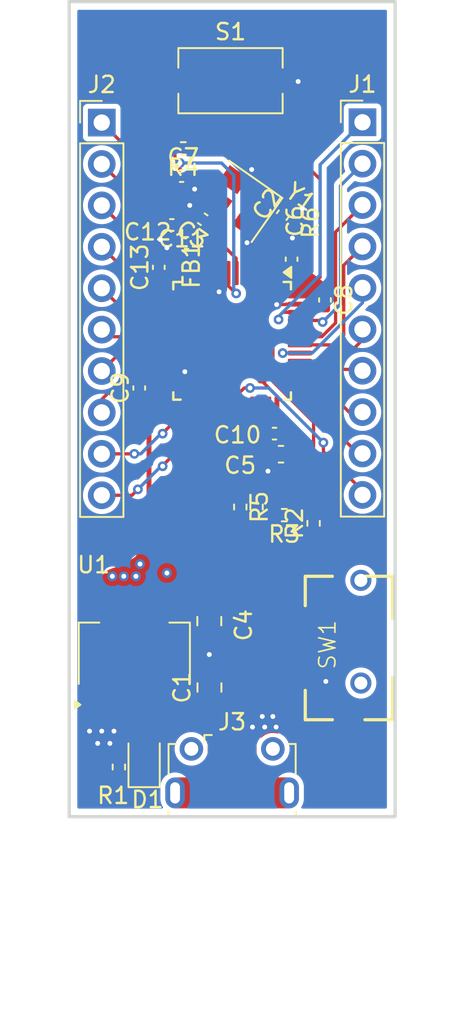
<source format=kicad_pcb>
(kicad_pcb (version 20241229) (generator "pcbnew") (generator_version "9.0")
  (layers (0 "F.Cu" signal) (2 "B.Cu" signal) (13 "F.Paste" user) (15 "B.Paste" user) (5 "F.SilkS" user "F.Silkscreen") (7 "B.SilkS" user "B.Silkscreen") (1 "F.Mask" user) (3 "B.Mask" user) (25 "Edge.Cuts" user))
  (net 0 "")
  (net 1 "+3.3V")
  (net 2 "+3.3VA")
  (net 3 "/NRST")
  (net 4 "/HSE IN")
  (net 5 "/HSE OUT")
  (net 6 "VBUS")
  (net 7 "/PWRLED_K")
  (net 8 "/USB_D+")
  (net 9 "/USB_D-")
  (net 10 "/PC13")
  (net 11 "/SW_BOOT0")
  (net 12 "GND")
  (net 22 "Net-(U2-BOOT0)")
  (net 35 "PA3")
  (net 36 "PA4")
  (net 37 "PA5")
  (net 38 "PA7")
  (net 39 "PA6")
  (net 40 "PB0")
  (net 41 "PB2")
  (net 42 "PB1")
  (net 43 "PB13")
  (net 44 "PB12")
  (net 45 "PB9")
  (net 46 "PB4")
  (net 47 "PA10")
  (net 48 "PB5")
  (net 49 "PA15")
  (net 50 "PB6")
  (net 51 "PB3")
  (net 52 "PB8")
  (net 53 "PA14")
  (net 54 "PB7")
  (net 55 "/STM_USB_D-")
  (net 56 "/STM_USB_D+")
  (footprint "Crystal:Crystal_SMD_3225-4Pin_3.2x2.5mm" (layer "F.Cu") (at 22.5 24.25 145)
    (property "Reference" "Y1" (at -2.900001 2.35 145) (layer "F.SilkS"))
    (property "Value" "16MHz")
    (pad "1" smd rect (at -1.1 0.85 145) (size 1.4 1.2) (layers "F.Cu" "F.Mask" "F.Paste") (net 4 "/HSE IN"))
    (pad "2" smd rect (at 1.099999 0.849999 145) (size 1.4 1.2) (layers "F.Cu" "F.Mask" "F.Paste") (net 12 "GND"))
    (pad "3" smd rect (at 1.1 -0.85 145) (size 1.4 1.2) (layers "F.Cu" "F.Mask" "F.Paste") (net 5 "/HSE OUT"))
    (pad "4" smd rect (at -1.099999 -0.849999 145) (size 1.4 1.2) (layers "F.Cu" "F.Mask" "F.Paste") (net 12 "GND"))
  )
  (footprint "Capacitor_SMD:C_0402_1005Metric" (layer "F.Cu") (at 27.7 30.3 -90)
    (property "Reference" "C8" (at 0 -1.16 90) (layer "F.SilkS"))
    (property "Value" "100nF" (hide yes))
    (pad "1" smd roundrect (at -0.48 0 270) (size 0.56 0.62) (layers "F.Cu" "F.Mask" "F.Paste") (net 1 "+3.3V"))
    (pad "2" smd roundrect (at 0.48 0 270) (size 0.56 0.62) (layers "F.Cu" "F.Mask" "F.Paste") (net 12 "GND"))
  )
  (footprint "Capacitor_SMD:C_0402_1005Metric" (layer "F.Cu") (at 18.3 25.7 180)
    (property "Reference" "C12" (at 1.482003 -0.430596 0) (layer "F.SilkS"))
    (property "Value" "1uF")
    (pad "1" smd roundrect (at -0.48 0 180) (size 0.56 0.62) (layers "F.Cu" "F.Mask" "F.Paste") (net 2 "+3.3VA"))
    (pad "2" smd roundrect (at 0.48 0 180) (size 0.56 0.62) (layers "F.Cu" "F.Mask" "F.Paste") (net 12 "GND"))
  )
  (footprint "Capacitor_SMD:C_0402_1005Metric" (layer "F.Cu") (at 16.3 35.7 90)
    (property "Reference" "C9" (at 0 -1.16 90) (layer "F.SilkS"))
    (property "Value" "100nF")
    (pad "1" smd roundrect (at -0.48 0 90) (size 0.56 0.62) (layers "F.Cu" "F.Mask" "F.Paste") (net 1 "+3.3V"))
    (pad "2" smd roundrect (at 0.48 0 90) (size 0.56 0.62) (layers "F.Cu" "F.Mask" "F.Paste") (net 12 "GND"))
  )
  (footprint "Capacitor_SMD:C_0805_2012Metric" (layer "F.Cu") (at 20.6 50 -90)
    (property "Reference" "C4" (at 0.25 -2.1 90) (layer "F.SilkS"))
    (property "Value" "22u")
    (pad "1" smd roundrect (at -0.95 0 270) (size 1 1.45) (layers "F.Cu" "F.Mask" "F.Paste") (net 1 "+3.3V"))
    (pad "2" smd roundrect (at 0.95 0 270) (size 1 1.45) (layers "F.Cu" "F.Mask" "F.Paste") (net 12 "GND"))
  )
  (footprint "Capacitor_SMD:C_0402_1005Metric" (layer "F.Cu") (at 18.9 22.7)
    (property "Reference" "C7" (at 0.100632 -1.159999 0) (layer "F.SilkS"))
    (property "Value" "100nF")
    (pad "1" smd roundrect (at -0.48 0) (size 0.56 0.62) (layers "F.Cu" "F.Mask" "F.Paste") (net 3 "/NRST"))
    (pad "2" smd roundrect (at 0.48 0) (size 0.56 0.62) (layers "F.Cu" "F.Mask" "F.Paste") (net 12 "GND"))
  )
  (footprint "Capacitor_SMD:C_0603_1608Metric" (layer "F.Cu") (at 25 39.762471 180)
    (property "Reference" "C5" (at 2.506971 -0.687529 0) (layer "F.SilkS"))
    (property "Value" "10uF")
    (pad "1" smd roundrect (at -0.775 0 180) (size 0.9 0.95) (layers "F.Cu" "F.Mask" "F.Paste") (net 1 "+3.3V"))
    (pad "2" smd roundrect (at 0.775 0 180) (size 0.9 0.95) (layers "F.Cu" "F.Mask" "F.Paste") (net 12 "GND"))
  )
  (footprint "Connector_PinHeader_2.54mm:PinHeader_1x10_P2.54mm_Vertical" (layer "F.Cu") (at 14 19.42)
    (property "Reference" "J2" (at 0 -2.33 0) (layer "F.SilkS"))
    (property "Value" "Conn_01x10_Pin")
    (pad "1" thru_hole rect (at 0 0) (size 1.7 1.7) (drill 1) (layers "*.Cu" "*.Mask") (net 35 "PA3"))
    (pad "2" thru_hole oval (at 0 2.54) (size 1.7 1.7) (drill 1) (layers "*.Cu" "*.Mask") (net 36 "PA4"))
    (pad "3" thru_hole oval (at 0 5.08) (size 1.7 1.7) (drill 1) (layers "*.Cu" "*.Mask") (net 37 "PA5"))
    (pad "4" thru_hole oval (at 0 7.62) (size 1.7 1.7) (drill 1) (layers "*.Cu" "*.Mask") (net 39 "PA6"))
    (pad "5" thru_hole oval (at 0 10.16) (size 1.7 1.7) (drill 1) (layers "*.Cu" "*.Mask") (net 38 "PA7"))
    (pad "6" thru_hole oval (at 0 12.7) (size 1.7 1.7) (drill 1) (layers "*.Cu" "*.Mask") (net 40 "PB0"))
    (pad "7" thru_hole oval (at 0 15.24) (size 1.7 1.7) (drill 1) (layers "*.Cu" "*.Mask") (net 42 "PB1"))
    (pad "8" thru_hole oval (at 0 17.78) (size 1.7 1.7) (drill 1) (layers "*.Cu" "*.Mask") (net 41 "PB2"))
    (pad "9" thru_hole oval (at 0 20.32) (size 1.7 1.7) (drill 1) (layers "*.Cu" "*.Mask") (net 44 "PB12"))
    (pad "10" thru_hole oval (at 0 22.86) (size 1.7 1.7) (drill 1) (layers "*.Cu" "*.Mask") (net 43 "PB13"))
  )
  (footprint "PCM_JLCPCB:LQFP-48_7x7mm_P0.5mm" (layer "F.Cu") (at 22 32.806912 -90)
    (property "Reference" "U2" (hide yes))
    (property "Value" "STM32F103C8T6")
    (pad "1" smd roundrect (at -4.16 -2.75 270) (size 1.48 0.3) (layers "F.Cu" "F.Mask" "F.Paste") (net 1 "+3.3V"))
    (pad "2" smd roundrect (at -4.16 -2.25 270) (size 1.48 0.3) (layers "F.Cu" "F.Mask" "F.Paste") (net 10 "/PC13"))
    (pad "3" smd roundrect (at -4.16 -1.75 270) (size 1.48 0.3) (layers "F.Cu" "F.Mask" "F.Paste"))
    (pad "4" smd roundrect (at -4.16 -1.25 270) (size 1.48 0.3) (layers "F.Cu" "F.Mask" "F.Paste"))
    (pad "5" smd roundrect (at -4.16 -0.75 270) (size 1.48 0.3) (layers "F.Cu" "F.Mask" "F.Paste") (net 4 "/HSE IN"))
    (pad "6" smd roundrect (at -4.16 -0.25 270) (size 1.48 0.3) (layers "F.Cu" "F.Mask" "F.Paste") (net 5 "/HSE OUT"))
    (pad "7" smd roundrect (at -4.16 0.25 270) (size 1.48 0.3) (layers "F.Cu" "F.Mask" "F.Paste") (net 3 "/NRST"))
    (pad "8" smd roundrect (at -4.16 0.75 270) (size 1.48 0.3) (layers "F.Cu" "F.Mask" "F.Paste") (net 12 "GND"))
    (pad "9" smd roundrect (at -4.16 1.25 270) (size 1.48 0.3) (layers "F.Cu" "F.Mask" "F.Paste") (net 2 "+3.3VA"))
    (pad "10" smd roundrect (at -4.16 1.75 270) (size 1.48 0.3) (layers "F.Cu" "F.Mask" "F.Paste"))
    (pad "11" smd roundrect (at -4.16 2.25 270) (size 1.48 0.3) (layers "F.Cu" "F.Mask" "F.Paste"))
    (pad "12" smd roundrect (at -4.16 2.75 270) (size 1.48 0.3) (layers "F.Cu" "F.Mask" "F.Paste"))
    (pad "13" smd roundrect (at -2.75 4.16 270) (size 0.3 1.48) (layers "F.Cu" "F.Mask" "F.Paste") (net 35 "PA3"))
    (pad "14" smd roundrect (at -2.25 4.16 270) (size 0.3 1.48) (layers "F.Cu" "F.Mask" "F.Paste") (net 36 "PA4"))
    (pad "15" smd roundrect (at -1.75 4.16 270) (size 0.3 1.48) (layers "F.Cu" "F.Mask" "F.Paste") (net 37 "PA5"))
    (pad "16" smd roundrect (at -1.25 4.16 270) (size 0.3 1.48) (layers "F.Cu" "F.Mask" "F.Paste") (net 39 "PA6"))
    (pad "17" smd roundrect (at -0.75 4.16 270) (size 0.3 1.48) (layers "F.Cu" "F.Mask" "F.Paste") (net 38 "PA7"))
    (pad "18" smd roundrect (at -0.25 4.16 270) (size 0.3 1.48) (layers "F.Cu" "F.Mask" "F.Paste") (net 40 "PB0"))
    (pad "19" smd roundrect (at 0.25 4.16 270) (size 0.3 1.48) (layers "F.Cu" "F.Mask" "F.Paste") (net 42 "PB1"))
    (pad "20" smd roundrect (at 0.75 4.16 270) (size 0.3 1.48) (layers "F.Cu" "F.Mask" "F.Paste") (net 41 "PB2"))
    (pad "21" smd roundrect (at 1.25 4.16 270) (size 0.3 1.48) (layers "F.Cu" "F.Mask" "F.Paste"))
    (pad "22" smd roundrect (at 1.75 4.16 270) (size 0.3 1.48) (layers "F.Cu" "F.Mask" "F.Paste"))
    (pad "23" smd roundrect (at 2.25 4.16 270) (size 0.3 1.48) (layers "F.Cu" "F.Mask" "F.Paste") (net 12 "GND"))
    (pad "24" smd roundrect (at 2.75 4.16 270) (size 0.3 1.48) (layers "F.Cu" "F.Mask" "F.Paste") (net 1 "+3.3V"))
    (pad "25" smd roundrect (at 4.16 2.75 270) (size 1.48 0.3) (layers "F.Cu" "F.Mask" "F.Paste") (net 44 "PB12"))
    (pad "26" smd roundrect (at 4.16 2.25 270) (size 1.48 0.3) (layers "F.Cu" "F.Mask" "F.Paste") (net 43 "PB13"))
    (pad "27" smd roundrect (at 4.16 1.75 270) (size 1.48 0.3) (layers "F.Cu" "F.Mask" "F.Paste"))
    (pad "28" smd roundrect (at 4.16 1.25 270) (size 1.48 0.3) (layers "F.Cu" "F.Mask" "F.Paste"))
    (pad "29" smd roundrect (at 4.16 0.75 270) (size 1.48 0.3) (layers "F.Cu" "F.Mask" "F.Paste"))
    (pad "30" smd roundrect (at 4.16 0.25 270) (size 1.48 0.3) (layers "F.Cu" "F.Mask" "F.Paste"))
    (pad "31" smd roundrect (at 4.16 -0.25 270) (size 1.48 0.3) (layers "F.Cu" "F.Mask" "F.Paste") (net 47 "PA10"))
    (pad "32" smd roundrect (at 4.16 -0.75 270) (size 1.48 0.3) (layers "F.Cu" "F.Mask" "F.Paste") (net 55 "/STM_USB_D-"))
    (pad "33" smd roundrect (at 4.16 -1.25 270) (size 1.48 0.3) (layers "F.Cu" "F.Mask" "F.Paste") (net 56 "/STM_USB_D+"))
    (pad "34" smd roundrect (at 4.16 -1.75 270) (size 1.48 0.3) (layers "F.Cu" "F.Mask" "F.Paste"))
    (pad "35" smd roundrect (at 4.16 -2.25 270) (size 1.48 0.3) (layers "F.Cu" "F.Mask" "F.Paste") (net 12 "GND"))
    (pad "36" smd roundrect (at 4.16 -2.75 270) (size 1.48 0.3) (layers "F.Cu" "F.Mask" "F.Paste") (net 1 "+3.3V"))
    (pad "37" smd roundrect (at 2.75 -4.16 270) (size 0.3 1.48) (layers "F.Cu" "F.Mask" "F.Paste") (net 53 "PA14"))
    (pad "38" smd roundrect (at 2.25 -4.16 270) (size 0.3 1.48) (layers "F.Cu" "F.Mask" "F.Paste") (net 49 "PA15"))
    (pad "39" smd roundrect (at 1.75 -4.16 270) (size 0.3 1.48) (layers "F.Cu" "F.Mask" "F.Paste") (net 51 "PB3"))
    (pad "40" smd roundrect (at 1.25 -4.16 270) (size 0.3 1.48) (layers "F.Cu" "F.Mask" "F.Paste") (net 46 "PB4"))
    (pad "41" smd roundrect (at 0.75 -4.16 270) (size 0.3 1.48) (layers "F.Cu" "F.Mask" "F.Paste") (net 48 "PB5"))
    (pad "42" smd roundrect (at 0.25 -4.16 270) (size 0.3 1.48) (layers "F.Cu" "F.Mask" "F.Paste") (net 50 "PB6"))
    (pad "43" smd roundrect (at -0.25 -4.16 270) (size 0.3 1.48) (layers "F.Cu" "F.Mask" "F.Paste") (net 54 "PB7"))
    (pad "44" smd roundrect (at -0.75 -4.16 270) (size 0.3 1.48) (layers "F.Cu" "F.Mask" "F.Paste") (net 22 "Net-(U2-BOOT0)"))
    (pad "45" smd roundrect (at -1.25 -4.16 270) (size 0.3 1.48) (layers "F.Cu" "F.Mask" "F.Paste") (net 52 "PB8"))
    (pad "46" smd roundrect (at -1.75 -4.16 270) (size 0.3 1.48) (layers "F.Cu" "F.Mask" "F.Paste") (net 45 "PB9"))
    (pad "47" smd roundrect (at -2.25 -4.16 270) (size 0.3 1.48) (layers "F.Cu" "F.Mask" "F.Paste") (net 12 "GND"))
    (pad "48" smd roundrect (at -2.75 -4.16 270) (size 0.3 1.48) (layers "F.Cu" "F.Mask" "F.Paste") (net 1 "+3.3V"))
  )
  (footprint "Connector_PinHeader_2.54mm:PinHeader_1x10_P2.54mm_Vertical" (layer "F.Cu") (at 30 19.4)
    (property "Reference" "J1" (at 0 -2.33 0) (layer "F.SilkS"))
    (property "Value" "Conn_01x10_Pin")
    (pad "1" thru_hole rect (at 0 0) (size 1.7 1.7) (drill 1) (layers "*.Cu" "*.Mask") (net 45 "PB9"))
    (pad "2" thru_hole oval (at 0 2.54) (size 1.7 1.7) (drill 1) (layers "*.Cu" "*.Mask") (net 52 "PB8"))
    (pad "3" thru_hole oval (at 0 5.08) (size 1.7 1.7) (drill 1) (layers "*.Cu" "*.Mask") (net 54 "PB7"))
    (pad "4" thru_hole oval (at 0 7.62) (size 1.7 1.7) (drill 1) (layers "*.Cu" "*.Mask") (net 50 "PB6"))
    (pad "5" thru_hole oval (at 0 10.16) (size 1.7 1.7) (drill 1) (layers "*.Cu" "*.Mask") (net 48 "PB5"))
    (pad "6" thru_hole oval (at 0 12.7) (size 1.7 1.7) (drill 1) (layers "*.Cu" "*.Mask") (net 46 "PB4"))
    (pad "7" thru_hole oval (at 0 15.24) (size 1.7 1.7) (drill 1) (layers "*.Cu" "*.Mask") (net 51 "PB3"))
    (pad "8" thru_hole oval (at 0 17.78) (size 1.7 1.7) (drill 1) (layers "*.Cu" "*.Mask") (net 49 "PA15"))
    (pad "9" thru_hole oval (at 0 20.32) (size 1.7 1.7) (drill 1) (layers "*.Cu" "*.Mask") (net 53 "PA14"))
    (pad "10" thru_hole oval (at 0 22.86) (size 1.7 1.7) (drill 1) (layers "*.Cu" "*.Mask") (net 47 "PA10"))
  )
  (footprint "Custom Footprints:Switch !!!!" (layer "F.Cu") (at 27.45 51.65 90)
    (property "Reference" "SW1" (at 0.2 0.4 90) (layer "F.SilkS") (effects (font (thickness 0.1))))
    (property "Value" "SW_SPDT")
    (pad "1" smd roundrect (at -2 -1.35 180) (size 1.8 1) (layers "F.Cu" "F.Mask") (roundrect_rratio 0.15) (net 12 "GND"))
    (pad "2" smd roundrect (at 0 -1.35 180) (size 1.8 1) (layers "F.Cu" "F.Mask" "F.Paste") (roundrect_rratio 0.15) (net 11 "/SW_BOOT0"))
    (pad "3" smd roundrect (at 2 -1.35 180) (size 1.8 1) (layers "F.Cu" "F.Mask" "F.Paste") (roundrect_rratio 0.15) (net 1 "+3.3V"))
    (pad "4" thru_hole circle (at -2.15 2.45 180) (size 1.3 1.3) (drill 0.8) (layers "*.Cu" "*.Mask"))
    (pad "4" thru_hole circle (at 4.15 2.45 180) (size 1.3 1.3) (drill 0.8) (layers "*.Cu" "*.Mask"))
  )
  (footprint "LED_SMD:LED_0805_2012Metric" (layer "F.Cu") (at 16.6 58.5 90)
    (property "Reference" "D1" (at -2.45 0.2 180) (layer "F.SilkS"))
    (property "Value" "LED")
    (pad "1" smd roundrect (at -0.9375 0 90) (size 0.975 1.4) (layers "F.Cu" "F.Mask" "F.Paste") (net 7 "/PWRLED_K"))
    (pad "2" smd roundrect (at 0.9375 0 90) (size 0.975 1.4) (layers "F.Cu" "F.Mask" "F.Paste") (net 1 "+3.3V"))
  )
  (footprint "Capacitor_SMD:C_0805_2012Metric" (layer "F.Cu") (at 20.608899 54.071859 90)
    (property "Reference" "C1" (at 0 -1.68 90) (layer "F.SilkS"))
    (property "Value" "22uF")
    (pad "1" smd roundrect (at -0.95 0 90) (size 1 1.45) (layers "F.Cu" "F.Mask" "F.Paste") (net 6 "VBUS"))
    (pad "2" smd roundrect (at 0.95 0 90) (size 1 1.45) (layers "F.Cu" "F.Mask" "F.Paste") (net 12 "GND"))
  )
  (footprint "Capacitor_SMD:C_0402_1005Metric" (layer "F.Cu") (at 25.1 25.1 55)
    (property "Reference" "C2" (at 0 -1.160001 55) (layer "F.SilkS"))
    (property "Value" "12pF")
    (pad "1" smd roundrect (at -0.48 0.000001 55) (size 0.56 0.62) (layers "F.Cu" "F.Mask" "F.Paste") (net 4 "/HSE IN"))
    (pad "2" smd roundrect (at 0.48 -0.000001 55) (size 0.56 0.62) (layers "F.Cu" "F.Mask" "F.Paste") (net 12 "GND"))
  )
  (footprint "Capacitor_SMD:C_0402_1005Metric" (layer "F.Cu") (at 17.5 28.3 90)
    (property "Reference" "C13" (at 0 -1.16 90) (layer "F.SilkS"))
    (property "Value" "1uF")
    (pad "1" smd roundrect (at -0.48 0 90) (size 0.56 0.62) (layers "F.Cu" "F.Mask" "F.Paste") (net 1 "+3.3V"))
    (pad "2" smd roundrect (at 0.48 0 90) (size 0.56 0.62) (layers "F.Cu" "F.Mask" "F.Paste") (net 12 "GND"))
  )
  (footprint "Resistor_SMD:R_0402_1005Metric" (layer "F.Cu") (at 22.5 43 -90)
    (property "Reference" "R5" (at 0 -1.17 90) (layer "F.SilkS"))
    (property "Value" "10")
    (pad "1" smd roundrect (at -0.51 0 270) (size 0.54 0.64) (layers "F.Cu" "F.Mask" "F.Paste") (net 55 "/STM_USB_D-"))
    (pad "2" smd roundrect (at 0.51 0 270) (size 0.54 0.64) (layers "F.Cu" "F.Mask" "F.Paste") (net 9 "/USB_D-"))
  )
  (footprint "Resistor_SMD:R_0402_1005Metric" (layer "F.Cu") (at 27 44 90)
    (property "Reference" "R2" (at 0 -1.17 90) (layer "F.SilkS"))
    (property "Value" "10k")
    (pad "1" smd roundrect (at -0.51 0 90) (size 0.54 0.64) (layers "F.Cu" "F.Mask" "F.Paste") (net 11 "/SW_BOOT0"))
    (pad "2" smd roundrect (at 0.51 0 90) (size 0.54 0.64) (layers "F.Cu" "F.Mask" "F.Paste") (net 22 "Net-(U2-BOOT0)"))
  )
  (footprint "Capacitor_SMD:C_0402_1005Metric" (layer "F.Cu") (at 19.2 26.8 180)
    (property "Reference" "C11" (at 0.296893 0.24444 0) (layer "F.SilkS"))
    (property "Value" "10nF")
    (pad "1" smd roundrect (at -0.48 0 180) (size 0.56 0.62) (layers "F.Cu" "F.Mask" "F.Paste") (net 2 "+3.3VA"))
    (pad "2" smd roundrect (at 0.48 0 180) (size 0.56 0.62) (layers "F.Cu" "F.Mask" "F.Paste") (net 12 "GND"))
  )
  (footprint "Resistor_SMD:R_0402_1005Metric" (layer "F.Cu") (at 19 21 180)
    (property "Reference" "R4" (at 0 -1.17 0) (layer "F.SilkS"))
    (property "Value" "10k")
    (pad "1" smd roundrect (at -0.51 0 180) (size 0.54 0.64) (layers "F.Cu" "F.Mask" "F.Paste") (net 1 "+3.3V"))
    (pad "2" smd roundrect (at 0.51 0 180) (size 0.54 0.64) (layers "F.Cu" "F.Mask" "F.Paste") (net 3 "/NRST"))
  )
  (footprint "Capacitor_SMD:C_0201_0603Metric" (layer "F.Cu") (at 18.448255 28.2 -90)
    (property "Reference" "FB1" (at 0 -1.05 90) (layer "F.SilkS"))
    (property "Value" "120")
    (pad "1" smd roundrect (at -0.32 0 270) (size 0.46 0.4) (layers "F.Cu" "F.Mask") (net 2 "+3.3VA"))
    (pad "2" smd roundrect (at 0.32 0 270) (size 0.46 0.4) (layers "F.Cu" "F.Mask") (net 1 "+3.3V"))
  )
  (footprint "Resistor_SMD:R_0402_1005Metric" (layer "F.Cu") (at 23.5 43 -90)
    (property "Reference" "R6" (at -17.445 -3.31 90) (layer "F.SilkS"))
    (property "Value" "10")
    (pad "1" smd roundrect (at -0.51 0 270) (size 0.54 0.64) (layers "F.Cu" "F.Mask" "F.Paste") (net 56 "/STM_USB_D+"))
    (pad "2" smd roundrect (at 0.51 0 270) (size 0.54 0.64) (layers "F.Cu" "F.Mask" "F.Paste") (net 8 "/USB_D+"))
  )
  (footprint "Resistor_SMD:R_0402_1005Metric" (layer "F.Cu") (at 25.2 43.5 180)
    (property "Reference" "R3" (at 0 -1.17 0) (layer "F.SilkS"))
    (property "Value" "1k5")
    (pad "1" smd roundrect (at -0.51 0 180) (size 0.54 0.64) (layers "F.Cu" "F.Mask" "F.Paste") (net 1 "+3.3V"))
    (pad "2" smd roundrect (at 0.51 0 180) (size 0.54 0.64) (layers "F.Cu" "F.Mask" "F.Paste") (net 8 "/USB_D+"))
  )
  (footprint "Capacitor_SMD:C_0402_1005Metric" (layer "F.Cu") (at 20.2 25.35 145)
    (property "Reference" "C3" (at 0 -1.160001 145) (layer "F.SilkS"))
    (property "Value" "12pF")
    (pad "1" smd roundrect (at -0.48 0.000001 145) (size 0.56 0.62) (layers "F.Cu" "F.Mask" "F.Paste") (net 5 "/HSE OUT"))
    (pad "2" smd roundrect (at 0.48 -0.000001 145) (size 0.56 0.62) (layers "F.Cu" "F.Mask" "F.Paste") (net 12 "GND"))
  )
  (footprint "Capacitor_SMD:C_0402_1005Metric" (layer "F.Cu") (at 24.6 38.5 180)
    (property "Reference" "C10" (at 2.267315 -0.083628 0) (layer "F.SilkS"))
    (property "Value" "100nF")
    (pad "1" smd roundrect (at -0.48 0 180) (size 0.56 0.62) (layers "F.Cu" "F.Mask" "F.Paste") (net 1 "+3.3V"))
    (pad "2" smd roundrect (at 0.48 0 180) (size 0.56 0.62) (layers "F.Cu" "F.Mask" "F.Paste") (net 12 "GND"))
  )
  (footprint "Resistor_SMD:R_0402_1005Metric" (layer "F.Cu") (at 15.05 58.95 -90)
    (property "Reference" "R1" (at 1.75 0.35 180) (layer "F.SilkS"))
    (property "Value" "1k5")
    (pad "1" smd roundrect (at -0.51 0 270) (size 0.54 0.64) (layers "F.Cu" "F.Mask" "F.Paste") (net 12 "GND"))
    (pad "2" smd roundrect (at 0.51 0 270) (size 0.54 0.64) (layers "F.Cu" "F.Mask" "F.Paste") (net 7 "/PWRLED_K"))
  )
  (footprint "Custom Footprints:SW_Tactile_SPST_NO_Straight_CK_PTS636Sx25SMTRLFS" (layer "F.Cu") (at 21.9 16.85)
    (property "Reference" "S1" (at 0 -3 0) (layer "F.SilkS"))
    (property "Value" "Tactile Button, 160gf")
    (pad "1" smd rect (at -3.25 0) (size 0.9 1.4) (layers "F.Cu" "F.Mask" "F.Paste") (net 3 "/NRST"))
    (pad "2" smd rect (at 3.25 0) (size 0.9 1.4) (layers "F.Cu" "F.Mask" "F.Paste") (net 12 "GND"))
  )
  (footprint "Capacitor_SMD:C_0402_1005Metric" (layer "F.Cu") (at 25.65 27.8 90)
    (property "Reference" "C6" (at 2.340229 0.226901 90) (layer "F.SilkS"))
    (property "Value" "100nF")
    (pad "1" smd roundrect (at -0.48 0 90) (size 0.56 0.62) (layers "F.Cu" "F.Mask" "F.Paste") (net 1 "+3.3V"))
    (pad "2" smd roundrect (at 0.48 0 90) (size 0.56 0.62) (layers "F.Cu" "F.Mask" "F.Paste") (net 12 "GND"))
  )
  (footprint "Connector_USB:USB_Micro-B_Molex-105017-0001" (layer "F.Cu") (at 22 59.3)
    (property "Reference" "J3" (at 0 -3.1125 0) (layer "F.SilkS"))
    (property "Value" "USB_B_Micro")
    (pad "1" smd rect (at -1.3 -1.4625) (size 0.4 1.35) (layers "F.Cu" "F.Mask" "F.Paste") (net 6 "VBUS"))
    (pad "2" smd rect (at -0.65 -1.4625) (size 0.4 1.35) (layers "F.Cu" "F.Mask" "F.Paste") (net 9 "/USB_D-"))
    (pad "3" smd rect (at 0 -1.4625) (size 0.4 1.35) (layers "F.Cu" "F.Mask" "F.Paste") (net 8 "/USB_D+"))
    (pad "4" smd rect (at 0.65 -1.4625) (size 0.4 1.35) (layers "F.Cu" "F.Mask" "F.Paste"))
    (pad "5" smd rect (at 1.3 -1.4625) (size 0.4 1.35) (layers "F.Cu" "F.Mask" "F.Paste") (net 12 "GND"))
    (pad "6" thru_hole oval (at -3.5 1.2375 180) (size 1.2 1.9) (drill oval 0.6 1.3) (property pad_prop_heatsink) (layers "*.Cu" "*.Mask"))
    (pad "6" smd rect (at -2.9 1.2375) (size 1.2 1.9) (layers "F.Cu" "F.Mask"))
    (pad "6" thru_hole circle (at -2.5 -1.4625) (size 1.45 1.45) (drill 0.85) (property pad_prop_heatsink) (layers "*.Cu" "*.Mask"))
    (pad "6" smd rect (at -1 1.2375) (size 1.5 1.9) (layers "F.Cu" "F.Mask" "F.Paste"))
    (pad "6" smd rect (at 1 1.2375) (size 1.5 1.9) (layers "F.Cu" "F.Mask" "F.Paste"))
    (pad "6" thru_hole circle (at 2.5 -1.4625) (size 1.45 1.45) (drill 0.85) (property pad_prop_heatsink) (layers "*.Cu" "*.Mask"))
    (pad "6" smd rect (at 2.9 1.2375) (size 1.2 1.9) (layers "F.Cu" "F.Mask"))
    (pad "6" thru_hole oval (at 3.5 1.2375) (size 1.2 1.9) (drill oval 0.6 1.3) (property pad_prop_heatsink) (layers "*.Cu" "*.Mask"))
  )
  (footprint "Package_TO_SOT_SMD:SOT-223-3_TabPin2" (layer "F.Cu") (at 16 52 90)
    (property "Reference" "U1" (at 5.45 -2.5 180) (layer "F.SilkS"))
    (property "Value" "AMS1117-3.3")
    (pad "1" smd roundrect (at -3.15 -2.3 90) (size 2 1.5) (layers "F.Cu" "F.Mask" "F.Paste") (net 12 "GND"))
    (pad "2" smd roundrect (at -3.15 0 90) (size 2 1.5) (layers "F.Cu" "F.Mask" "F.Paste") (net 1 "+3.3V"))
    (pad "2" smd roundrect (at 3.15 0 90) (size 2 3.8) (layers "F.Cu" "F.Mask" "F.Paste") (net 1 "+3.3V"))
    (pad "3" smd roundrect (at -3.15 2.3 90) (size 2 1.5) (layers "F.Cu" "F.Mask" "F.Paste") (net 6 "VBUS"))
  )
  (gr_rect (start 12 12) (end 32 62) (stroke (width 0.2)) (fill no) (layer "Edge.Cuts"))
  (segment (start 25.5 21) (end 27.4 22.9) (width 0.2) (layer "F.Cu") (net 1))
  (segment (start 17.84 35.556912) (end 17.143088 35.556912) (width 0.3) (layer "F.Cu") (net 1))
  (segment (start 24.75 36.193088) (end 23.056912 34.5) (width 0.2) (layer "F.Cu") (net 1))
  (segment (start 25.775 43.435) (end 25.71 43.5) (width 0.2) (layer "F.Cu") (net 1))
  (segment (start 25.775 39.762471) (end 25.775 43.435) (width 0.2) (layer "F.Cu") (net 1))
  (segment (start 16.3 36.18) (end 16.325745 36.18) (width 0.2) (layer "F.Cu") (net 1))
  (segment (start 25.516124 30.056912) (end 26.16 30.056912) (width 0.2) (layer "F.Cu") (net 1))
  (segment (start 27.463088 30.056912) (end 27.7 29.82) (width 0.2) (layer "F.Cu") (net 1))
  (segment (start 18.448255 28.52) (end 18.448255 29.248255) (width 0.2) (layer "F.Cu") (net 1))
  (segment (start 25.7 49.8) (end 26 49.5) (width 0.2) (layer "F.Cu") (net 1))
  (segment (start 17.76 28.52) (end 17.5 28.78) (width 0.2) (layer "F.Cu") (net 1))
  (segment (start 25.86 49.36) (end 26 49.5) (width 0.2) (layer "F.Cu") (net 1))
  (segment (start 16.9 47.478128) (end 17.135936 47.714064) (width 0.3) (layer "F.Cu") (net 1))
  (segment (start 25.65 29.35) (end 25.05 29.35) (width 0.2) (layer "F.Cu") (net 1))
  (segment (start 17.135936 47.714064) (end 16 48.85) (width 0.2) (layer "F.Cu") (net 1))
  (segment (start 25.71 48.51) (end 26.2 49) (width 0.2) (layer "F.Cu") (net 1))
  (segment (start 25.71 43.5) (end 25.71 48.51) (width 0.2) (layer "F.Cu") (net 1))
  (segment (start 18.448255 28.52) (end 17.76 28.52) (width 0.2) (layer "F.Cu") (net 1))
  (segment (start 16 55.15) (end 16 56.9625) (width 0.2) (layer "F.Cu") (net 1))
  (segment (start 26.2 49) (end 26.2 49.65) (width 0.2) (layer "F.Cu") (net 1))
  (segment (start 16.325745 36.18) (end 16.9 36.754255) (width 0.3) (layer "F.Cu") (net 1))
  (segment (start 25.08 39.067471) (end 25.775 39.762471) (width 0.2) (layer "F.Cu") (net 1))
  (segment (start 26.16 30.056912) (end 25.5 30.056912) (width 0.2) (layer "F.Cu") (net 1))
  (segment (start 26 40.087471) (end 25.675 39.762471) (width 0.2) (layer "F.Cu") (net 1))
  (segment (start 27.4 22.9) (end 27.4 28.9) (width 0.2) (layer "F.Cu") (net 1))
  (segment (start 23.6 21) (end 19.51 21) (width 0.2) (layer "F.Cu") (net 1))
  (segment (start 16 56.9625) (end 16.6 57.5625) (width 0.2) (layer "F.Cu") (net 1))
  (segment (start 27.4 28.9) (end 26.7 29.6) (width 0.2) (layer "F.Cu") (net 1))
  (segment (start 24.75 38.17) (end 25.08 38.5) (width 0.2) (layer "F.Cu") (net 1))
  (segment (start 17.84 35.556912) (end 19.543088 35.556912) (width 0.3) (layer "F.Cu") (net 1))
  (segment (start 26.145 39.762471) (end 25.8 40.107471) (width 0.2) (layer "F.Cu") (net 1))
  (segment (start 24.75 36.966912) (end 24.75 38.17) (width 0.2) (layer "F.Cu") (net 1))
  (segment (start 25.05 29.35) (end 23.6 30.8) (width 0.2) (layer "F.Cu") (net 1))
  (segment (start 23.056912 34.5) (end 23 34.5) (width 0.2) (layer "F.Cu") (net 1))
  (segment (start 23.6 30.8) (end 23.6 30.95) (width 0.2) (layer "F.Cu") (net 1))
  (segment (start 23.6 21) (end 25.5 21) (width 0.2) (layer "F.Cu") (net 1))
  (segment (start 25.08 38.5) (end 25.08 39.067471) (width 0.2) (layer "F.Cu") (net 1))
  (segment (start 19.543088 35.556912) (end 20.356912 34.743088) (width 0.3) (layer "F.Cu") (net 1))
  (segment (start 24.75 36.966912) (end 24.75 36.193088) (width 0.2) (layer "F.Cu") (net 1))
  (segment (start 23.610638 21) (end 23.6 21) (width 0.2) (layer "F.Cu") (net 1))
  (segment (start 16.52 36.18) (end 16.3 36.18) (width 0.3) (layer "F.Cu") (net 1))
  (segment (start 20.356912 34.743088) (end 20.356912 34.293031) (width 0.3) (layer "F.Cu") (net 1))
  (segment (start 16.9 36.754255) (end 16.9 47.478128) (width 0.3) (layer "F.Cu") (net 1))
  (segment (start 18.448255 29.248255) (end 19.9 30.7) (width 0.2) (layer "F.Cu") (net 1))
  (segment (start 25.4 49.6) (end 25.45 49.65) (width 0.2) (layer "F.Cu") (net 1))
  (segment (start 24.719597 28.616509) (end 24.75 28.646912) (width 0.2) (layer "F.Cu") (net 1))
  (segment (start 25.45 49.65) (end 26.2 49.65) (width 0.2) (layer "F.Cu") (net 1))
  (segment (start 17.143088 35.556912) (end 16.52 36.18) (width 0.3) (layer "F.Cu") (net 1))
  (via (at 15.35 47.25) (size 0.6) (drill 0.3) (layers "F.Cu" "B.Cu") (net 1))
  (via (at 18 47.05) (size 0.6) (drill 0.3) (layers "F.Cu" "B.Cu") (net 1))
  (via (at 16.1 47.25) (size 0.6) (drill 0.3) (layers "F.Cu" "B.Cu") (net 1))
  (via (at 16.35 46.5) (size 0.6) (drill 0.3) (layers "F.Cu" "B.Cu") (net 1))
  (via (at 14.65 47.25) (size 0.6) (drill 0.3) (layers "F.Cu" "B.Cu") (net 1))
  (segment (start 20.75 27.837548) (end 20.75 28.646912) (width 0.2) (layer "F.Cu") (net 2))
  (segment (start 18.6 27.88) (end 18.448255 27.88) (width 0.2) (layer "F.Cu") (net 2))
  (segment (start 19.89 26.8) (end 20.75 27.66) (width 0.2) (layer "F.Cu") (net 2))
  (segment (start 19.68 26.8) (end 19.89 26.8) (width 0.2) (layer "F.Cu") (net 2))
  (segment (start 18.448255 27.986569) (end 18.534764 27.986569) (width 0.2) (layer "F.Cu") (net 2))
  (segment (start 18.78 25.9) (end 19.68 26.8) (width 0.2) (layer "F.Cu") (net 2))
  (segment (start 20.75 27.66) (end 20.75 28.646912) (width 0.2) (layer "F.Cu") (net 2))
  (segment (start 19.68 26.8) (end 18.6 27.88) (width 0.2) (layer "F.Cu") (net 2))
  (segment (start 18.78 25.7) (end 18.78 25.9) (width 0.2) (layer "F.Cu") (net 2))
  (segment (start 18.49 21.59) (end 18.8 21.9) (width 0.2) (layer "F.Cu") (net 3))
  (segment (start 18.8 22.32) (end 18.42 22.7) (width 0.2) (layer "F.Cu") (net 3))
  (segment (start 21.75 29.420736) (end 22.229264 29.9) (width 0.2) (layer "F.Cu") (net 3))
  (segment (start 18.5 21) (end 18.5 17) (width 0.2) (layer "F.Cu") (net 3))
  (segment (start 18.49 21) (end 18.49 21.59) (width 0.2) (layer "F.Cu") (net 3))
  (segment (start 21.75 28.646912) (end 21.75 29.420736) (width 0.2) (layer "F.Cu") (net 3))
  (segment (start 18.5 17) (end 18.65 16.85) (width 0.2) (layer "F.Cu") (net 3))
  (segment (start 22.229264 29.9) (end 22.25 29.9) (width 0.2) (layer "F.Cu") (net 3))
  (segment (start 18.8 21.9) (end 18.8 22.32) (width 0.2) (layer "F.Cu") (net 3))
  (via (at 22.25 29.9) (size 0.6) (drill 0.3) (layers "F.Cu" "B.Cu") (net 3))
  (via (at 18.8 21.9) (size 0.6) (drill 0.3) (layers "F.Cu" "B.Cu") (net 3))
  (segment (start 22.1 29.75) (end 22.1 22.65) (width 0.2) (layer "B.Cu") (net 3))
  (segment (start 22.1 22.65) (end 21.35 21.9) (width 0.2) (layer "B.Cu") (net 3))
  (segment (start 22.25 29.9) (end 22.1 29.75) (width 0.2) (layer "B.Cu") (net 3))
  (segment (start 21.35 21.9) (end 18.8 21.9) (width 0.2) (layer "B.Cu") (net 3))
  (segment (start 22.799 27.824088) (end 24.824684 25.798404) (width 0.2) (layer "F.Cu") (net 4))
  (segment (start 23.888607 24.557116) (end 24.824684 25.493193) (width 0.2) (layer "F.Cu") (net 4))
  (segment (start 24.824684 25.798404) (end 24.824684 25.493193) (width 0.2) (layer "F.Cu") (net 4))
  (segment (start 23.888607 24.184655) (end 23.888607 24.557116) (width 0.2) (layer "F.Cu") (net 4))
  (segment (start 22.75 28.646912) (end 22.75 28.15) (width 0.2) (layer "F.Cu") (net 4))
  (segment (start 22.799 28.101) (end 22.799 27.824088) (width 0.2) (layer "F.Cu") (net 4))
  (segment (start 22.75 28.15) (end 22.799 28.101) (width 0.2) (layer "F.Cu") (net 4))
  (segment (start 21.507278 24.71123) (end 21.111393 24.315345) (width 0.2) (layer "F.Cu") (net 5))
  (segment (start 20.593193 25.625316) (end 21.507278 24.71123) (width 0.2) (layer "F.Cu") (net 5))
  (segment (start 20.593193 26.093193) (end 22.25 27.75) (width 0.2) (layer "F.Cu") (net 5))
  (segment (start 20.593193 25.625316) (end 20.593193 26.093193) (width 0.2) (layer "F.Cu") (net 5))
  (segment (start 22.25 27.75) (end 22.25 28.646912) (width 0.2) (layer "F.Cu") (net 5))
  (segment (start 19.071859 55.021859) (end 20.7 56.65) (width 0.2) (layer "F.Cu") (net 6))
  (segment (start 20.7 56.65) (end 20.7 57.8375) (width 0.2) (layer "F.Cu") (net 6))
  (segment (start 18.428141 55.021859) (end 19.071859 55.021859) (width 0.2) (layer "F.Cu") (net 6))
  (segment (start 20.608899 55.021859) (end 18.428141 55.021859) (width 0.2) (layer "F.Cu") (net 6))
  (segment (start 18.428141 55.021859) (end 18.3 55.15) (width 0.2) (layer "F.Cu") (net 6))
  (segment (start 15.0725 59.4375) (end 15.05 59.46) (width 0.2) (layer "F.Cu") (net 7))
  (segment (start 16.6 59.4375) (end 15.0725 59.4375) (width 0.2) (layer "F.Cu") (net 7))
  (segment (start 24.69 43.5) (end 23.51 43.5) (width 0.3) (layer "F.Cu") (net 8))
  (segment (start 21.95 56.53891) (end 23.275 55.21391) (width 0.4) (layer "F.Cu") (net 8))
  (segment (start 23.275 44.215001) (end 23.5 43.990001) (width 0.4) (layer "F.Cu") (net 8))
  (segment (start 23.51 43.5) (end 23.5 43.51) (width 0.3) (layer "F.Cu") (net 8))
  (segment (start 21.95 56.774999) (end 21.95 56.53891) (width 0.4) (layer "F.Cu") (net 8))
  (segment (start 23.275 55.21391) (end 23.275 44.215001) (width 0.4) (layer "F.Cu") (net 8))
  (segment (start 22 56.824999) (end 21.95 56.774999) (width 0.4) (layer "F.Cu") (net 8))
  (segment (start 23.5 43.990001) (end 23.5 43.51) (width 0.4) (layer "F.Cu") (net 8))
  (segment (start 22 57.8375) (end 22 56.824999) (width 0.4) (layer "F.Cu") (net 8))
  (segment (start 22 57.823897) (end 22 57.8375) (width 0.2) (layer "F.Cu") (net 8))
  (segment (start 21.35 57.8375) (end 21.35 56.824999) (width 0.4) (layer "F.Cu") (net 9))
  (segment (start 22.725 44.215001) (end 22.5 43.990001) (width 0.4) (layer "F.Cu") (net 9))
  (segment (start 22.5 43.990001) (end 22.5 43.51) (width 0.4) (layer "F.Cu") (net 9))
  (segment (start 21.4 56.31109) (end 22.725 54.98609) (width 0.4) (layer "F.Cu") (net 9))
  (segment (start 21.35 56.824999) (end 21.4 56.774999) (width 0.4) (layer "F.Cu") (net 9))
  (segment (start 22.725 54.98609) (end 22.725 44.215001) (width 0.4) (layer "F.Cu") (net 9))
  (segment (start 21.4 56.774999) (end 21.4 56.31109) (width 0.4) (layer "F.Cu") (net 9))
  (segment (start 28.4 50.7) (end 27.45 51.65) (width 0.2) (layer "F.Cu") (net 11))
  (segment (start 27 45.15) (end 28.4 46.55) (width 0.2) (layer "F.Cu") (net 11))
  (segment (start 27 44.51) (end 27 45.15) (width 0.2) (layer "F.Cu") (net 11))
  (segment (start 27.45 51.65) (end 26.2 51.65) (width 0.2) (layer "F.Cu") (net 11))
  (segment (start 28.4 46.55) (end 28.4 50.7) (width 0.2) (layer "F.Cu") (net 11))
  (segment (start 26.05 16.9) (end 25.2 16.9) (width 0.5) (layer "F.Cu") (net 12))
  (segment (start 25.382123 24.7) (end 25.375316 24.706807) (width 0.2) (layer "F.Cu") (net 12))
  (segment (start 18 27.1) (end 18.42 27.1) (width 0.2) (layer "F.Cu") (net 12))
  (segment (start 25.7 27.27) (end 25.65 27.32) (width 0.2) (layer "F.Cu") (net 12))
  (segment (start 24.733386 30.583386) (end 25.254782 30.583386) (width 0.2) (layer "F.Cu") (net 12))
  (segment (start 24.225 39.762471) (end 24.225 40.775) (width 0.2) (layer "F.Cu") (net 12))
  (segment (start 23.2 22.3) (end 22.709261 22.3) (width 0.2) (layer "F.Cu") (net 12))
  (segment (start 20.83704 53.35) (end 20.608899 53.121859) (width 0.2) (layer "F.Cu") (net 12))
  (segment (start 26.2 53.65) (end 27.7 53.65) (width 0.2) (layer "F.Cu") (net 12))
  (segment (start 19.4 24.5) (end 19.732123 24.832123) (width 0.2) (layer "F.Cu") (net 12))
  (segment (start 25.281256 30.556912) (end 26.16 30.556912) (width 0.2) (layer "F.Cu") (net 12))
  (segment (start 25.15 16.85) (end 25.15 17.15) (width 0.2) (layer "F.Cu") (net 12))
  (segment (start 27.7 53.65) (end 27.75 53.7) (width 0.2) (layer "F.Cu") (net 12))
  (segment (start 18.42 27.1) (end 18.72 26.8) (width 0.2) (layer "F.Cu") (net 12))
  (segment (start 19.38 22.7) (end 19.7 23.02) (width 0.2) (layer "F.Cu") (net 12))
  (segment (start 24.225 40.775) (end 24.2 40.8) (width 0.2) (layer "F.Cu") (net 12))
  (segment (start 19.732123 25) (end 19.806807 25.074684) (width 0.2) (layer "F.Cu") (net 12))
  (segment (start 23.3 57.8375) (end 23.3 58.3125) (width 0.2) (layer "F.Cu") (net 12))
  (segment (start 16.3 35.22) (end 16.463088 35.056912) (width 0.2) (layer "F.Cu") (net 12))
  (segment (start 24.25 38.37) (end 24.12 38.5) (width 0.2) (layer "F.Cu") (net 12))
  (segment (start 27.7 30.78) (end 27.476912 30.556912) (width 0.2) (layer "F.Cu") (net 12))
  (segment (start 20.6 53.11296) (end 20.608899 53.121859) (width 0.2) (layer "F.Cu") (net 12))
  (segment (start 21.200632 28.597544) (end 21.25 28.646912) (width 0.2) (layer "F.Cu") (net 12))
  (segment (start 19.7 23.02) (end 19.7 23.5) (width 0.2) (layer "F.Cu") (net 12))
  (segment (start 19.1 34.7) (end 18.743088 35.056912) (width 0.2) (layer "F.Cu") (net 12))
  (segment (start 21.25 29.75) (end 21.2 29.8) (width 0.2) (layer "F.Cu") (net 12))
  (segment (start 22.709261 22.3) (end 22.086473 22.922788) (width 0.2) (layer "F.Cu") (net 12))
  (segment (start 17.82 26.38) (end 17.6 26.6) (width 0.2) (layer "F.Cu") (net 12))
  (segment (start 24.25 36.966912) (end 24.25 38.37) (width 0.2) (layer "F.Cu") (net 12))
  (segment (start 25.254782 30.583386) (end 25.281256 30.556912) (width 0.2) (layer "F.Cu") (net 12))
  (segment (start 22.913527 26.786473) (end 22.913527 25.577212) (width 0.2) (layer "F.Cu") (net 12))
  (segment (start 19.732123 24.832123) (end 19.732123 25) (width 0.2) (layer "F.Cu") (net 12))
  (segment (start 13.786317 57.536317) (end 13.75 57.5) (width 0.2) (layer "F.Cu") (net 12))
  (segment (start 24.12 38.5) (end 24.12 39.657471) (width 0.2) (layer "F.Cu") (net 12))
  (segment (start 17.6 26.6) (end 17.6 27.72) (width 0.2) (layer "F.Cu") (net 12))
  (segment (start 25.7 26.5) (end 25.7 27.27) (width 0.2) (layer "F.Cu") (net 12))
  (segment (start 21.25 28.646912) (end 21.25 29.75) (width 0.2) (layer "F.Cu") (net 12))
  (segment (start 16.463088 35.056912) (end 17.84 35.056912) (width 0.2) (layer "F.Cu") (net 12))
  (segment (start 18.743088 35.056912) (end 17.84 35.056912) (width 0.2) (layer "F.Cu") (net 12))
  (segment (start 25.2 16.9) (end 25.15 16.85) (width 0.2) (layer "F.Cu") (net 12))
  (segment (start 20.6 50.95) (end 20.6 52.05) (width 0.2) (layer "F.Cu") (net 12))
  (segment (start 17.5 27.826912) (end 17.5 27.656912) (width 0.2) (layer "F.Cu") (net 12))
  (segment (start 17.82 25.7) (end 17.82 26.38) (width 0.2) (layer "F.Cu") (net 12))
  (segment (start 20.6 52.05) (end 20.6 53.11296) (width 0.2) (layer "F.Cu") (net 12))
  (segment (start 27.476912 30.556912) (end 26.16 30.556912) (width 0.2) (layer "F.Cu") (net 12))
  (segment (start 24.12 39.657471) (end 24.225 39.762471) (width 0.2) (layer "F.Cu") (net 12))
  (segment (start 26.3 24.7) (end 25.382123 24.7) (width 0.2) (layer "F.Cu") (net 12))
  (segment (start 17.6 27.72) (end 17.5 27.82) (width 0.2) (layer "F.Cu") (net 12))
  (via (at 24.2 40.8) (size 0.6) (drill 0.3) (layers "F.Cu" "B.Cu") (net 12))
  (via (at 21.2 29.8) (size 0.6) (drill 0.3) (layers "F.Cu" "B.Cu") (net 12))
  (via (at 23.25 56.5) (size 0.6) (drill 0.3) (layers "F.Cu" "B.Cu") (net 12))
  (via (at 14.5 57.5) (size 0.6) (drill 0.3) (layers "F.Cu" "B.Cu") (net 12))
  (via (at 13.75 57.5) (size 0.6) (drill 0.3) (layers "F.Cu" "B.Cu") (net 12))
  (via (at 19.7 23.5) (size 0.6) (drill 0.3) (layers "F.Cu" "B.Cu") (net 12))
  (via (at 24.5 55.85) (size 0.6) (drill 0.3) (layers "F.Cu" "B.Cu") (net 12))
  (via (at 22.913527 26.786473) (size 0.6) (drill 0.3) (layers "F.Cu" "B.Cu") (net 12))
  (via (at 27.75 53.7) (size 0.6) (drill 0.3) (layers "F.Cu" "B.Cu") (net 12))
  (via (at 19.4 24.5) (size 0.6) (drill 0.3) (layers "F.Cu" "B.Cu") (net 12))
  (via (at 13.25 56.75) (size 0.6) (drill 0.3) (layers "F.Cu" "B.Cu") (net 12))
  (via (at 25.7 26.5) (size 0.6) (drill 0.3) (layers "F.Cu" "B.Cu") (net 12))
  (via (at 14 56.75) (size 0.6) (drill 0.3) (layers "F.Cu" "B.Cu") (net 12))
  (via (at 17.6 26.6) (size 0.6) (drill 0.3) (layers "F.Cu" "B.Cu") (net 12))
  (via (at 18 27.1) (size 0.6) (drill 0.3) (layers "F.Cu" "B.Cu") (net 12))
  (via (at 24 56.5) (size 0.6) (drill 0.3) (layers "F.Cu" "B.Cu") (net 12))
  (via (at 23.85 55.85) (size 0.6) (drill 0.3) (layers "F.Cu" "B.Cu") (net 12))
  (via (at 24.7 56.5) (size 0.6) (drill 0.3) (layers "F.Cu" "B.Cu") (net 12))
  (via (at 23.2 22.3) (size 0.6) (drill 0.3) (layers "F.Cu" "B.Cu") (net 12))
  (via (at 24.733386 30.583386) (size 0.6) (drill 0.3) (layers "F.Cu" "B.Cu") (net 12))
  (via (at 26.05 16.9) (size 0.6) (drill 0.3) (layers "F.Cu" "B.Cu") (net 12))
  (via (at 19.1 34.7) (size 0.6) (drill 0.3) (layers "F.Cu" "B.Cu") (net 12))
  (via (at 20.6 52.05) (size 0.6) (drill 0.3) (layers "F.Cu" "B.Cu") (net 12))
  (via (at 26.3 24.7) (size 0.6) (drill 0.3) (layers "F.Cu" "B.Cu") (net 12))
  (via (at 14.75 56.75) (size 0.6) (drill 0.3) (layers "F.Cu" "B.Cu") (net 12))
  (segment (start 27 43.49) (end 27 37.8) (width 0.2) (layer "F.Cu") (net 22))
  (segment (start 27 37.8) (end 24.504648 35.304648) (width 0.2) (layer "F.Cu") (net 22))
  (segment (start 25.386176 32.056912) (end 26.16 32.056912) (width 0.2) (layer "F.Cu") (net 22))
  (segment (start 24.504648 35.304648) (end 24.504648 32.93844) (width 0.2) (layer "F.Cu") (net 22))
  (segment (start 24.504648 32.93844) (end 25.386176 32.056912) (width 0.2) (layer "F.Cu") (net 22))
  (segment (start 16.799 27.501) (end 16.799 29.887736) (width 0.2) (layer "F.Cu") (net 35))
  (segment (start 14 19.42) (end 17 22.42) (width 0.2) (layer "F.Cu") (net 35))
  (segment (start 17 27.3) (end 16.799 27.501) (width 0.2) (layer "F.Cu") (net 35))
  (segment (start 16.799 29.887736) (end 16.968176 30.056912) (width 0.2) (layer "F.Cu") (net 35))
  (segment (start 16.968176 30.056912) (end 17.84 30.056912) (width 0.2) (layer "F.Cu") (net 35))
  (segment (start 17 22.42) (end 17 27.3) (width 0.2) (layer "F.Cu") (net 35))
  (segment (start 16.398 30.053836) (end 16.901076 30.556912) (width 0.2) (layer "F.Cu") (net 36))
  (segment (start 16.398 24.358) (end 16.398 30.053836) (width 0.2) (layer "F.Cu") (net 36))
  (segment (start 16.901076 30.556912) (end 17.84 30.556912) (width 0.2) (layer "F.Cu") (net 36))
  (segment (start 14 21.96) (end 16.398 24.358) (width 0.2) (layer "F.Cu") (net 36))
  (segment (start 16.833976 31.056912) (end 17.84 31.056912) (width 0.2) (layer "F.Cu") (net 37))
  (segment (start 15.997 26.497) (end 15.997 30.219936) (width 0.2) (layer "F.Cu") (net 37))
  (segment (start 15.997 30.219936) (end 16.833976 31.056912) (width 0.2) (layer "F.Cu") (net 37))
  (segment (start 14 24.5) (end 15.997 26.497) (width 0.2) (layer "F.Cu") (net 37))
  (segment (start 16.476912 32.056912) (end 17.84 32.056912) (width 0.2) (layer "F.Cu") (net 38))
  (segment (start 14 29.58) (end 16.476912 32.056912) (width 0.2) (layer "F.Cu") (net 38))
  (segment (start 14 27.04) (end 15.596 28.636) (width 0.2) (layer "F.Cu") (net 39))
  (segment (start 15.596 28.636) (end 15.596 30.386036) (width 0.2) (layer "F.Cu") (net 39))
  (segment (start 15.596 30.386036) (end 16.766876 31.556912) (width 0.2) (layer "F.Cu") (net 39))
  (segment (start 16.766876 31.556912) (end 17.84 31.556912) (width 0.2) (layer "F.Cu") (net 39))
  (segment (start 17.84 32.556912) (end 14.436912 32.556912) (width 0.2) (layer "F.Cu") (net 40))
  (segment (start 14.436912 32.556912) (end 14 32.12) (width 0.2) (layer "F.Cu") (net 40))
  (segment (start 17.84 33.556912) (end 16.843088 33.556912) (width 0.2) (layer "F.Cu") (net 41))
  (segment (start 14 36.4) (end 14 37.2) (width 0.2) (layer "F.Cu") (net 41))
  (segment (start 16.843088 33.556912) (end 14 36.4) (width 0.2) (layer "F.Cu") (net 41))
  (segment (start 14 34.66) (end 14 34.623088) (width 0.2) (layer "F.Cu") (net 42))
  (segment (start 14 34.66) (end 15.603088 33.056912) (width 0.2) (layer "F.Cu") (net 42))
  (segment (start 15.603088 33.056912) (end 17.84 33.056912) (width 0.2) (layer "F.Cu") (net 42))
  (segment (start 19.75 38.45) (end 19.75 36.966912) (width 0.2) (layer "F.Cu") (net 43))
  (segment (start 17.735936 40.5) (end 17.735936 40.464064) (width 0.2) (layer "F.Cu") (net 43))
  (segment (start 17.735936 40.464064) (end 19.75 38.45) (width 0.2) (layer "F.Cu") (net 43))
  (segment (start 16.217968 41.917968) (end 15.855936 42.28) (width 0.2) (layer "F.Cu") (net 43))
  (segment (start 15.855936 42.28) (end 14 42.28) (width 0.2) (layer "F.Cu") (net 43))
  (via (at 16.217968 41.917968) (size 0.6) (drill 0.3) (layers "F.Cu" "B.Cu") (net 43))
  (via (at 17.735936 40.5) (size 0.6) (drill 0.3) (layers "F.Cu" "B.Cu") (net 43))
  (segment (start 17.735936 40.5) (end 17.7 40.5) (width 0.2) (layer "B.Cu") (net 43))
  (segment (start 17.735936 40.5) (end 17.635936 40.5) (width 0.2) (layer "B.Cu") (net 43))
  (segment (start 17.635936 40.5) (end 16.217968 41.917968) (width 0.2) (layer "B.Cu") (net 43))
  (segment (start 16 39.74) (end 14 39.74) (width 0.2) (layer "F.Cu") (net 44))
  (segment (start 19.25 36.966912) (end 17.735936 38.480976) (width 0.2) (layer "F.Cu") (net 44))
  (segment (start 17.735936 38.480976) (end 17.735936 38.5) (width 0.2) (layer "F.Cu") (net 44))
  (via (at 16 39.74) (size 0.6) (drill 0.3) (layers "F.Cu" "B.Cu") (net 44))
  (via (at 17.735936 38.5) (size 0.6) (drill 0.3) (layers "F.Cu" "B.Cu") (net 44))
  (segment (start 17.635936 38.5) (end 17.735936 38.5) (width 0.2) (layer "B.Cu") (net 44))
  (segment (start 14.26 40) (end 14 39.74) (width 0.2) (layer "B.Cu") (net 44))
  (segment (start 16 39.74) (end 16.395936 39.74) (width 0.2) (layer "B.Cu") (net 44))
  (segment (start 16.395936 39.74) (end 17.635936 38.5) (width 0.2) (layer "B.Cu") (net 44))
  (segment (start 29.5 19) (end 30 19) (width 0.2) (layer "F.Cu") (net 45))
  (segment (start 25.10839 31.056912) (end 26.16 31.056912) (width 0.2) (layer "F.Cu") (net 45))
  (segment (start 24.85 31.5) (end 24.85 31.315302) (width 0.2) (layer "F.Cu") (net 45))
  (segment (start 24.85 31.315302) (end 25.10839 31.056912) (width 0.2) (layer "F.Cu") (net 45))
  (segment (start 30 19) (end 30 19.426811) (width 0.2) (layer "F.Cu") (net 45))
  (via (at 24.85 31.5) (size 0.6) (drill 0.3) (layers "F.Cu" "B.Cu") (net 45))
  (segment (start 27.4 28.765302) (end 27.4 22) (width 0.2) (layer "B.Cu") (net 45))
  (segment (start 24.85 31.5) (end 24.85 31.315302) (width 0.2) (layer "B.Cu") (net 45))
  (segment (start 27.4 22) (end 30 19.4) (width 0.2) (layer "B.Cu") (net 45))
  (segment (start 24.85 31.315302) (end 27.4 28.765302) (width 0.2) (layer "B.Cu") (net 45))
  (segment (start 26.16 34.056912) (end 28.693088 34.056912) (width 0.2) (layer "F.Cu") (net 46))
  (segment (start 30 31.7) (end 30 31.756309) (width 0.2) (layer "F.Cu") (net 46))
  (segment (start 30 32.75) (end 30 32.1) (width 0.2) (layer "F.Cu") (net 46))
  (segment (start 28.693088 34.056912) (end 30 32.75) (width 0.2) (layer "F.Cu") (net 46))
  (segment (start 23.1 35.7) (end 22.743088 35.7) (width 0.2) (layer "F.Cu") (net 47))
  (segment (start 22.25 36.193088) (end 22.743088 35.7) (width 0.2) (layer "F.Cu") (net 47))
  (segment (start 22.25 36.966912) (end 22.25 36.193088) (width 0.2) (layer "F.Cu") (net 47))
  (segment (start 27.6 39.6) (end 30 42) (width 0.2) (layer "F.Cu") (net 47))
  (segment (start 30 42) (end 30 42.26) (width 0.2) (layer "F.Cu") (net 47))
  (segment (start 27.6 39.05) (end 27.6 39.6) (width 0.2) (layer "F.Cu") (net 47))
  (via (at 23.1 35.7) (size 0.6) (drill 0.3) (layers "F.Cu" "B.Cu") (net 47))
  (via (at 27.6 39.05) (size 0.6) (drill 0.3) (layers "F.Cu" "B.Cu") (net 47))
  (segment (start 24.25 35.7) (end 27.6 39.05) (width 0.2) (layer "B.Cu") (net 47))
  (segment (start 23.1 35.7) (end 24.25 35.7) (width 0.2) (layer "B.Cu") (net 47))
  (segment (start 30 29.16) (end 30 29.79769) (width 0.2) (layer "F.Cu") (net 48))
  (segment (start 25.104648 33.557819) (end 25.105555 33.556912) (width 0.2) (layer "F.Cu") (net 48))
  (segment (start 25.105555 33.556912) (end 26.16 33.556912) (width 0.2) (layer "F.Cu") (net 48))
  (via (at 25.104648 33.557819) (size 0.6) (drill 0.3) (layers "F.Cu" "B.Cu") (net 48))
  (segment (start 25.104648 33.557819) (end 25.105555 33.556912) (width 0.2) (layer "B.Cu") (net 48))
  (segment (start 30 30.059249) (end 30 29.16) (width 0.2) (layer "B.Cu") (net 48))
  (segment (start 25.105555 33.556912) (end 26.915328 33.556912) (width 0.2) (layer "B.Cu") (net 48))
  (segment (start 26.915328 33.556912) (end 30 30.47224) (width 0.2) (layer "B.Cu") (net 48))
  (segment (start 30 30.47224) (end 30 29.56) (width 0.2) (layer "B.Cu") (net 48))
  (segment (start 27.056912 35.056912) (end 29.18 37.18) (width 0.2) (layer "F.Cu") (net 49))
  (segment (start 29.18 37.18) (end 30 37.18) (width 0.2) (layer "F.Cu") (net 49))
  (segment (start 26.16 35.056912) (end 27.056912 35.056912) (width 0.2) (layer "F.Cu") (net 49))
  (segment (start 28.85 28.17) (end 28.85 32.45) (width 0.2) (layer "F.Cu") (net 50))
  (segment (start 28.243088 33.056912) (end 26.16 33.056912) (width 0.2) (layer "F.Cu") (net 50))
  (segment (start 30 27.02) (end 28.85 28.17) (width 0.2) (layer "F.Cu") (net 50))
  (segment (start 28.85 32.45) (end 28.243088 33.056912) (width 0.2) (layer "F.Cu") (net 50))
  (segment (start 29.683088 34.556912) (end 30 34.24) (width 0.2) (layer "F.Cu") (net 51))
  (segment (start 26.16 34.556912) (end 29.916912 34.556912) (width 0.2) (layer "F.Cu") (net 51))
  (segment (start 29.916912 34.556912) (end 30 34.64) (width 0.2) (layer "F.Cu") (net 51))
  (segment (start 26.16 31.556912) (end 27.456912 31.556912) (width 0.2) (layer "F.Cu") (net 52))
  (segment (start 27.456912 31.556912) (end 27.554653 31.654653) (width 0.2) (layer "F.Cu") (net 52))
  (via (at 27.554653 31.654653) (size 0.6) (drill 0.3) (layers "F.Cu" "B.Cu") (net 52))
  (segment (start 28.65 23.29) (end 28.65 30.559306) (width 0.2) (layer "B.Cu") (net 52))
  (segment (start 28.65 30.559306) (end 27.554653 31.654653) (width 0.2) (layer "B.Cu") (net 52))
  (segment (start 30 21.94) (end 28.65 23.29) (width 0.2) (layer "B.Cu") (net 52))
  (segment (start 27.2 35.8) (end 27.2 37.2) (width 0.2) (layer "F.Cu") (net 53))
  (segment (start 27.2 37.2) (end 29.72 39.72) (width 0.2) (layer "F.Cu") (net 53))
  (segment (start 29.72 39.72) (end 30 39.72) (width 0.2) (layer "F.Cu") (net 53))
  (segment (start 29.923088 39.32) (end 30 39.32) (width 0.2) (layer "F.Cu") (net 53))
  (segment (start 26.16 35.556912) (end 26.956912 35.556912) (width 0.2) (layer "F.Cu") (net 53))
  (segment (start 26.956912 35.556912) (end 27.2 35.8) (width 0.2) (layer "F.Cu") (net 53))
  (segment (start 27.502337 32.556912) (end 28.35 31.709249) (width 0.2) (layer "F.Cu") (net 54))
  (segment (start 26.16 32.556912) (end 27.502337 32.556912) (width 0.2) (layer "F.Cu") (net 54))
  (segment (start 28.35 31.709249) (end 28.35 26.13) (width 0.2) (layer "F.Cu") (net 54))
  (segment (start 28.35 26.13) (end 30 24.48) (width 0.2) (layer "F.Cu") (net 54))
  (segment (start 22.75 38.076913) (end 22.775 38.101913) (width 0.3) (layer "F.Cu") (net 55))
  (segment (start 22.775 38.101913) (end 22.775 38.45) (width 0.3) (layer "F.Cu") (net 55))
  (segment (start 22.5 42.49) (end 22.5 42.009999) (width 0.4) (layer "F.Cu") (net 55))
  (segment (start 22.775 38.45) (end 22.725 38.5) (width 0.3) (layer "F.Cu") (net 55))
  (segment (start 22.725 41.784999) (end 22.725 38.5) (width 0.4) (layer "F.Cu") (net 55))
  (segment (start 22.75 36.966912) (end 22.75 38.076913) (width 0.3) (layer "F.Cu") (net 55))
  (segment (start 22.5 42.009999) (end 22.725 41.784999) (width 0.4) (layer "F.Cu") (net 55))
  (segment (start 23.225 38.101913) (end 23.225 38.45) (width 0.3) (layer "F.Cu") (net 56))
  (segment (start 23.275 41.784999) (end 23.275 38.5) (width 0.4) (layer "F.Cu") (net 56))
  (segment (start 23.5 42.009999) (end 23.275 41.784999) (width 0.4) (layer "F.Cu") (net 56))
  (segment (start 23.225 38.45) (end 23.275 38.5) (width 0.3) (layer "F.Cu") (net 56))
  (segment (start 23.5 42.49) (end 23.5 42.009999) (width 0.4) (layer "F.Cu") (net 56))
  (segment (start 23.25 38.076913) (end 23.225 38.101913) (width 0.3) (layer "F.Cu") (net 56))
  (segment (start 23.25 36.966912) (end 23.25 38.076913) (width 0.3) (layer "F.Cu") (net 56))
  (zone (net 1) (net_name "+3.3V") (layer "F.Cu") (priority 2) (connect_pads yes (clearance 0.25)) (min_thickness 0.15) (fill yes (thermal_gap 0.5) (thermal_bridge_width 0.5) (smoothing fillet) (radius 2))
    (polygon (pts (xy 16.075339 46.032477) (xy 15.48166 46.47619) (xy 14.376641 46.854762) (xy 14.060596 47.126925) (xy 13.75 47.725) (xy 13.75 49.75) (xy 15 53.75) (xy 15 56) (xy 15.75 56.5) (xy 15.844231 57.866347) (xy 16.05 58.05) (xy 17.2 58.05) (xy 17.35 57.779952) (xy 17.35 57.269988) (xy 17.211125 57.001971) (xy 17 56.45) (xy 17 56) (xy 17.806506 51.203413) (xy 18.799999 50.1875) (xy 21.35 49.7) (xy 21.35 48.70698) (xy 21.069597 48.200079) (xy 18.583697 46.640691) (xy 17.9875 46.000001) (xy 17.35 44.8) (xy 16.95 44.8)))
  )
  (zone (net 12) (net_name "GND") (layer "F.Cu") (priority 6) (connect_pads (clearance 0.3)) (min_thickness 0.15) (fill yes (thermal_gap 0.5) (thermal_bridge_width 0.5) (smoothing fillet) (radius 5))
    (polygon (pts (xy 17.2 28.1) (xy 17.2 27.5) (xy 17.3 27.3) (xy 17.3 25.5) (xy 17.5 25.2) (xy 18 25.2) (xy 18.3 25.5) (xy 18.3 26.2) (xy 18.6 26.4) (xy 18.8 26.4) (xy 19 26.5) (xy 19 27) (xy 18.8 27.2) (xy 18.2 27.3) (xy 17.9 27.6) (xy 17.9 28) (xy 17.8 28.2) (xy 17.3 28.2)))
  )
  (zone (net 1) (net_name "+3.3V") (layer "F.Cu") (priority 5) (connect_pads yes (clearance 0.25)) (min_thickness 0.15) (fill yes (thermal_gap 0.5) (thermal_bridge_width 0.5) (smoothing fillet) (radius 2))
    (polygon (pts (xy 24.903125 27.95) (xy 24.65 28.203125) (xy 24.65 29.35) (xy 25.5 30.15) (xy 27.878125 30.15) (xy 28 30.028125) (xy 28 29.6625) (xy 27.871558 29.400457) (xy 26.266765 28.156743) (xy 25.6625 27.95)))
  )
  (zone (net 12) (net_name "GND") (layer "F.Cu") (priority 1) (connect_pads yes (clearance 0.25)) (min_thickness 0.15) (fill yes (thermal_gap 0.5) (thermal_bridge_width 0.5) (smoothing fillet) (radius 2))
    (polygon (pts (xy 23.1 57.5) (xy 23.1 57) (xy 22.8 56.5) (xy 23.4 55.5) (xy 24.7 55.5) (xy 25.2 56.5) (xy 24.85 56.95) (xy 23.5 57.2) (xy 23.5 57.5)))
  )
  (zone (net 12) (net_name "GND") (layer "F.Cu") (priority 3) (connect_pads yes (clearance 0.5)) (min_thickness 0.25) (fill yes (thermal_gap 0.5) (thermal_bridge_width 0.5) (smoothing fillet) (radius 2))
    (polygon (pts (xy 12.75 54.5) (xy 12.75 56.5) (xy 13.5 58) (xy 14.75 58.7) (xy 15.4 58.7) (xy 15.4 57.8) (xy 15 56.45) (xy 14.6 56) (xy 14.5 54.5) (xy 14.25 54) (xy 13 54)))
  )
  (zone (net 1) (net_name "+3.3V") (layer "F.Cu") (priority 4) (connect_pads (clearance 0.3)) (min_thickness 0.15) (fill yes (thermal_gap 0.5) (thermal_bridge_width 0.5) (smoothing fillet) (radius 5))
    (polygon (pts (xy 19.9 33.5) (xy 19.6 31.5) (xy 19 30) (xy 19.1 29.8) (xy 19.8 30.2) (xy 23.4 30.4) (xy 24.1 30.1) (xy 24.3 30.3) (xy 24.1 30.8) (xy 24.3 32.3) (xy 24.7 32.6) (xy 24.8 32.8) (xy 24.6 33.3) (xy 24.5 35.3) (xy 23.7 35.5) (xy 22.7 34.9) (xy 20.8 35) (xy 20.1 35.2) (xy 19.8 35.1)))
  )
  (zone (net 12) (net_name "GND") (layer "B.Cu") (connect_pads (clearance 0.3)) (min_thickness 0.15) (fill yes (thermal_gap 0.5) (thermal_bridge_width 0.5))
    (polygon (pts (xy 12 12) (xy 32 12) (xy 32 62) (xy 12 62)))
  )
)
</source>
